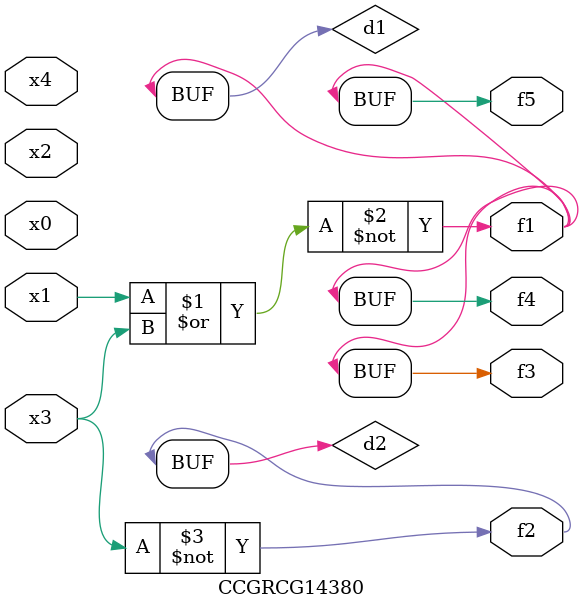
<source format=v>
module CCGRCG14380(
	input x0, x1, x2, x3, x4,
	output f1, f2, f3, f4, f5
);

	wire d1, d2;

	nor (d1, x1, x3);
	not (d2, x3);
	assign f1 = d1;
	assign f2 = d2;
	assign f3 = d1;
	assign f4 = d1;
	assign f5 = d1;
endmodule

</source>
